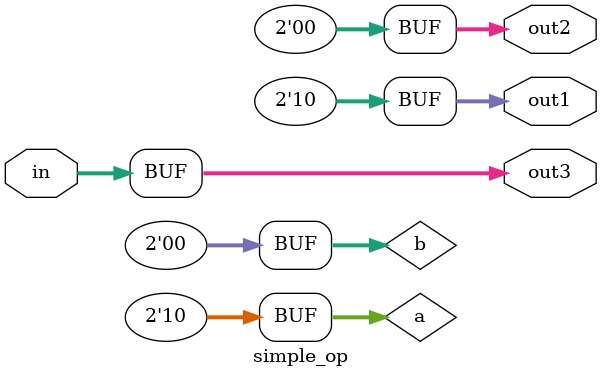
<source format=v>
module simple_op(out1,out2,out3,in);
  input  [1:0] in;
  output [1:0] out1;
  output [1:0] out2;
  output [1:0] out3;

  reg[1:0] a,b;

  initial begin 
    a = 2'b10;
    b = 2'b00;
  end 

  assign out1 = a;
  assign out2 = b;
  assign out3 = in;

endmodule 

//Error: Could not hook up the pin simple_op^BUF~0: not available.
</source>
